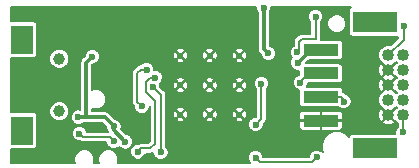
<source format=gbl>
G04 #@! TF.FileFunction,Copper,L2,Bot,Signal*
%FSLAX46Y46*%
G04 Gerber Fmt 4.6, Leading zero omitted, Abs format (unit mm)*
G04 Created by KiCad (PCBNEW 0.201512311516+6410~40~ubuntu14.04.1-stable) date Sat 02 Jan 2016 08:24:33 GMT*
%MOMM*%
G01*
G04 APERTURE LIST*
%ADD10C,0.100000*%
%ADD11C,0.600000*%
%ADD12C,1.000000*%
%ADD13R,1.900000X2.440000*%
%ADD14C,1.016000*%
%ADD15R,3.800000X1.800000*%
%ADD16R,3.000000X1.000000*%
%ADD17C,0.300000*%
%ADD18C,0.200000*%
G04 APERTURE END LIST*
D10*
D11*
X118250000Y-102500000D03*
X118250000Y-100000000D03*
X118250000Y-97500000D03*
X115750000Y-102500000D03*
X115750000Y-100000000D03*
X115750000Y-97500000D03*
X113250000Y-102500000D03*
X113250000Y-100000000D03*
X113250000Y-97500000D03*
D12*
X103000000Y-97775000D03*
X103000000Y-102225000D03*
D13*
X99820000Y-103840000D03*
X99820000Y-96160000D03*
D14*
X130865000Y-97460000D03*
X132135000Y-97460000D03*
X130865000Y-98730000D03*
X132135000Y-98730000D03*
X130865000Y-100000000D03*
X132135000Y-100000000D03*
X130865000Y-101270000D03*
X132135000Y-101270000D03*
X130865000Y-102540000D03*
X132135000Y-102540000D03*
D15*
X129750000Y-94650000D03*
X129750000Y-105350000D03*
D16*
X125150000Y-97000000D03*
X125150000Y-99000000D03*
X125150000Y-101000000D03*
X125150000Y-103000000D03*
D11*
X123188224Y-98111776D03*
X120700000Y-97300000D03*
X120300000Y-93439989D03*
X105791735Y-97587978D03*
X108600000Y-104800000D03*
X107619645Y-103473504D03*
X104600000Y-102700000D03*
X122800000Y-99000000D03*
X114699990Y-95103484D03*
X127349998Y-94300000D03*
X116850000Y-104200000D03*
X116700000Y-94700000D03*
X107600000Y-98200000D03*
X109600000Y-96500000D03*
X110418272Y-103118272D03*
X104700000Y-105000000D03*
X104100000Y-102000000D03*
X104100000Y-100600000D03*
X104100000Y-101300000D03*
X123100000Y-103200000D03*
X120100000Y-99860002D03*
X107619645Y-104743505D03*
X119649993Y-103333019D03*
X104700000Y-104100000D03*
X132100000Y-104000000D03*
X123149998Y-97225009D03*
X124691359Y-94214324D03*
X110400000Y-98700000D03*
X110000000Y-101800000D03*
X123400000Y-99800000D03*
X124804272Y-106104272D03*
X119630325Y-106130325D03*
X109661921Y-105647295D03*
X111106133Y-99377001D03*
X127100000Y-101400000D03*
X111600000Y-105700000D03*
X110900000Y-100149990D03*
X132150002Y-95000000D03*
D17*
X124300000Y-97000000D02*
X123188224Y-98111776D01*
X120300000Y-93439989D02*
X120300000Y-96900000D01*
X120300000Y-96900000D02*
X120700000Y-97300000D01*
X125150000Y-97000000D02*
X124300000Y-97000000D01*
X107619645Y-103819645D02*
X108600000Y-104800000D01*
X107619645Y-103473504D02*
X107619645Y-103819645D01*
X106846141Y-102700000D02*
X105300000Y-102700000D01*
X105300000Y-102700000D02*
X104600000Y-102700000D01*
X105284999Y-102684999D02*
X105300000Y-102700000D01*
X105791735Y-97587978D02*
X105284999Y-98094714D01*
X105284999Y-98094714D02*
X105284999Y-102684999D01*
X107619645Y-103473504D02*
X106846141Y-102700000D01*
X125150000Y-103000000D02*
X126150000Y-103000000D01*
D18*
X120100000Y-99860002D02*
X120100000Y-102883012D01*
X120100000Y-102883012D02*
X119649993Y-103333019D01*
X107261140Y-104385000D02*
X107619645Y-104743505D01*
X106141415Y-104385000D02*
X107261140Y-104385000D01*
X104985000Y-104385000D02*
X104700000Y-104100000D01*
X106141415Y-104385000D02*
X104985000Y-104385000D01*
X132100000Y-102575000D02*
X132100000Y-104000000D01*
X132100000Y-102575000D02*
X132135000Y-102540000D01*
X123300000Y-96309998D02*
X123300000Y-97075007D01*
X123300000Y-97075007D02*
X123149998Y-97225009D01*
X124682718Y-96100000D02*
X123509998Y-96100000D01*
X123509998Y-96100000D02*
X123300000Y-96309998D01*
X124691359Y-96091359D02*
X124682718Y-96100000D01*
X124691359Y-94214324D02*
X124691359Y-96091359D01*
X109600000Y-99000000D02*
X109900000Y-98700000D01*
X109900000Y-98700000D02*
X110400000Y-98700000D01*
X109600000Y-99200000D02*
X109600000Y-99000000D01*
X110000000Y-101800000D02*
X109600000Y-101400000D01*
X109600000Y-101400000D02*
X109600000Y-99200000D01*
X125150000Y-99000000D02*
X124150000Y-99000000D01*
X124150000Y-99000000D02*
X123400000Y-99750000D01*
X123400000Y-99750000D02*
X123400000Y-99800000D01*
X120000000Y-106500000D02*
X124408544Y-106500000D01*
X124408544Y-106500000D02*
X124804272Y-106104272D01*
X119630325Y-106130325D02*
X120000000Y-106500000D01*
X110699999Y-105355527D02*
X109953689Y-105355527D01*
X109953689Y-105355527D02*
X109661921Y-105647295D01*
X111100000Y-101339952D02*
X111100000Y-104955526D01*
X111100000Y-104955526D02*
X110699999Y-105355527D01*
X110734312Y-100974264D02*
X111100000Y-101339952D01*
X111106133Y-99377001D02*
X110681869Y-99377001D01*
X110299999Y-99758871D02*
X110299999Y-100539951D01*
X110681869Y-99377001D02*
X110299999Y-99758871D01*
X110299999Y-100539951D02*
X110734312Y-100974264D01*
X125150000Y-101000000D02*
X126850000Y-101000000D01*
X126850000Y-101000000D02*
X127100000Y-101250000D01*
X127100000Y-101250000D02*
X127100000Y-101400000D01*
X111600000Y-104900000D02*
X111600000Y-105700000D01*
X111600000Y-100849990D02*
X111600000Y-104900000D01*
X110900000Y-100149990D02*
X111600000Y-100849990D01*
X132150002Y-95000000D02*
X132150002Y-96174998D01*
X132150002Y-96174998D02*
X130865000Y-97460000D01*
G36*
X119649888Y-93568715D02*
X119748636Y-93807703D01*
X119800000Y-93859157D01*
X119800000Y-96900000D01*
X119827174Y-97036614D01*
X119838060Y-97091342D01*
X119946447Y-97253553D01*
X120049950Y-97357057D01*
X120049888Y-97428726D01*
X120148636Y-97667714D01*
X120331324Y-97850722D01*
X120570140Y-97949887D01*
X120828726Y-97950112D01*
X121067714Y-97851364D01*
X121250722Y-97668676D01*
X121349887Y-97429860D01*
X121349953Y-97353735D01*
X122499886Y-97353735D01*
X122598634Y-97592723D01*
X122693222Y-97687477D01*
X122637502Y-97743100D01*
X122538337Y-97981916D01*
X122538112Y-98240502D01*
X122636860Y-98479490D01*
X122819548Y-98662498D01*
X123058364Y-98761663D01*
X123293144Y-98761867D01*
X123293144Y-99149907D01*
X123271274Y-99149888D01*
X123032286Y-99248636D01*
X122849278Y-99431324D01*
X122750113Y-99670140D01*
X122749888Y-99928726D01*
X122848636Y-100167714D01*
X123031324Y-100350722D01*
X123270140Y-100449887D01*
X123303286Y-100449916D01*
X123293144Y-100500000D01*
X123293144Y-101500000D01*
X123317549Y-101629702D01*
X123394203Y-101748825D01*
X123511163Y-101828741D01*
X123650000Y-101856856D01*
X126637622Y-101856856D01*
X126731324Y-101950722D01*
X126970140Y-102049887D01*
X127228726Y-102050112D01*
X127467714Y-101951364D01*
X127650722Y-101768676D01*
X127749887Y-101529860D01*
X127750112Y-101271274D01*
X127651364Y-101032286D01*
X127468676Y-100849278D01*
X127241230Y-100754834D01*
X127168198Y-100681802D01*
X127162182Y-100677782D01*
X127022208Y-100584254D01*
X127006856Y-100581200D01*
X127006856Y-100500000D01*
X126982451Y-100370298D01*
X126905797Y-100251175D01*
X126788837Y-100171259D01*
X126740582Y-100161487D01*
X130005225Y-100161487D01*
X130132470Y-100478216D01*
X130142859Y-100493764D01*
X130290892Y-100538753D01*
X130829645Y-100000000D01*
X130290892Y-99461247D01*
X130142859Y-99506236D01*
X130008873Y-99820173D01*
X130005225Y-100161487D01*
X126740582Y-100161487D01*
X126650000Y-100143144D01*
X123961324Y-100143144D01*
X124049887Y-99929860D01*
X124049951Y-99856856D01*
X126650000Y-99856856D01*
X126779702Y-99832451D01*
X126898825Y-99755797D01*
X126978741Y-99638837D01*
X127006856Y-99500000D01*
X127006856Y-99304108D01*
X130326247Y-99304108D01*
X130344753Y-99365000D01*
X130326247Y-99425892D01*
X130865000Y-99964645D01*
X131403753Y-99425892D01*
X131385247Y-99365000D01*
X131403753Y-99304108D01*
X130865000Y-98765355D01*
X130326247Y-99304108D01*
X127006856Y-99304108D01*
X127006856Y-98891487D01*
X130005225Y-98891487D01*
X130132470Y-99208216D01*
X130142859Y-99223764D01*
X130290892Y-99268753D01*
X130829645Y-98730000D01*
X130290892Y-98191247D01*
X130142859Y-98236236D01*
X130008873Y-98550173D01*
X130005225Y-98891487D01*
X127006856Y-98891487D01*
X127006856Y-98500000D01*
X126982451Y-98370298D01*
X126905797Y-98251175D01*
X126788837Y-98171259D01*
X126650000Y-98143144D01*
X123863962Y-98143144D01*
X124150251Y-97856856D01*
X126650000Y-97856856D01*
X126779702Y-97832451D01*
X126898825Y-97755797D01*
X126978741Y-97638837D01*
X127006856Y-97500000D01*
X127006856Y-96500000D01*
X126982451Y-96370298D01*
X126905797Y-96251175D01*
X126788837Y-96171259D01*
X126650000Y-96143144D01*
X125131058Y-96143144D01*
X125141359Y-96091359D01*
X125141359Y-94958432D01*
X125699861Y-94958432D01*
X125821397Y-95252572D01*
X126046245Y-95477812D01*
X126340172Y-95599861D01*
X126658432Y-95600139D01*
X126952572Y-95478603D01*
X127177812Y-95253755D01*
X127299861Y-94959828D01*
X127300139Y-94641568D01*
X127178603Y-94347428D01*
X126953755Y-94122188D01*
X126659828Y-94000139D01*
X126341568Y-93999861D01*
X126047428Y-94121397D01*
X125822188Y-94346245D01*
X125700139Y-94640172D01*
X125699861Y-94958432D01*
X125141359Y-94958432D01*
X125141359Y-94683546D01*
X125242081Y-94583000D01*
X125341246Y-94344184D01*
X125341471Y-94085598D01*
X125242723Y-93846610D01*
X125060035Y-93663602D01*
X124821219Y-93564437D01*
X124562633Y-93564212D01*
X124323645Y-93662960D01*
X124140637Y-93845648D01*
X124041472Y-94084464D01*
X124041247Y-94343050D01*
X124139995Y-94582038D01*
X124241359Y-94683580D01*
X124241359Y-95650000D01*
X123509998Y-95650000D01*
X123337790Y-95684254D01*
X123276813Y-95724998D01*
X123191800Y-95781802D01*
X122981802Y-95991800D01*
X122884254Y-96137790D01*
X122850000Y-96309998D01*
X122850000Y-96645665D01*
X122782284Y-96673645D01*
X122599276Y-96856333D01*
X122500111Y-97095149D01*
X122499886Y-97353735D01*
X121349953Y-97353735D01*
X121350112Y-97171274D01*
X121251364Y-96932286D01*
X121068676Y-96749278D01*
X120829860Y-96650113D01*
X120800000Y-96650087D01*
X120800000Y-93859298D01*
X120850722Y-93808665D01*
X120949887Y-93569849D01*
X120950013Y-93425000D01*
X127708719Y-93425000D01*
X127601175Y-93494203D01*
X127521259Y-93611163D01*
X127493144Y-93750000D01*
X127493144Y-95550000D01*
X127517549Y-95679702D01*
X127594203Y-95798825D01*
X127711163Y-95878741D01*
X127850000Y-95906856D01*
X131650000Y-95906856D01*
X131700002Y-95897448D01*
X131700002Y-95988602D01*
X131071773Y-96616831D01*
X131036415Y-96602149D01*
X130695082Y-96601852D01*
X130379617Y-96732199D01*
X130138047Y-96973348D01*
X130007149Y-97288585D01*
X130006852Y-97629918D01*
X130137199Y-97945383D01*
X130331170Y-98139693D01*
X130326247Y-98155892D01*
X130865000Y-98694645D01*
X131403753Y-98155892D01*
X131398771Y-98139498D01*
X131500049Y-98038395D01*
X131556605Y-98095049D01*
X131455307Y-98196170D01*
X131439108Y-98191247D01*
X130900355Y-98730000D01*
X131439108Y-99268753D01*
X131455502Y-99263771D01*
X131556605Y-99365049D01*
X131455307Y-99466170D01*
X131439108Y-99461247D01*
X130900355Y-100000000D01*
X131439108Y-100538753D01*
X131455502Y-100533771D01*
X131556605Y-100635049D01*
X131499951Y-100691605D01*
X131398830Y-100590307D01*
X131403753Y-100574108D01*
X130865000Y-100035355D01*
X130326247Y-100574108D01*
X130331229Y-100590502D01*
X130138047Y-100783348D01*
X130007149Y-101098585D01*
X130006852Y-101439918D01*
X130137199Y-101755383D01*
X130331170Y-101949693D01*
X130326247Y-101965892D01*
X130865000Y-102504645D01*
X131403753Y-101965892D01*
X131398771Y-101949498D01*
X131500049Y-101848395D01*
X131556605Y-101905049D01*
X131455307Y-102006170D01*
X131439108Y-102001247D01*
X130900355Y-102540000D01*
X131439108Y-103078753D01*
X131455502Y-103073771D01*
X131648348Y-103266953D01*
X131650000Y-103267639D01*
X131650000Y-103530778D01*
X131549278Y-103631324D01*
X131450113Y-103870140D01*
X131449919Y-104093144D01*
X127850000Y-104093144D01*
X127720298Y-104117549D01*
X127601175Y-104194203D01*
X127521259Y-104311163D01*
X127509172Y-104370850D01*
X127237353Y-104098556D01*
X126759721Y-103900226D01*
X126242548Y-103899774D01*
X125764571Y-104097271D01*
X125398556Y-104462647D01*
X125200226Y-104940279D01*
X125199774Y-105457452D01*
X125286470Y-105667270D01*
X125172948Y-105553550D01*
X124934132Y-105454385D01*
X124675546Y-105454160D01*
X124436558Y-105552908D01*
X124253550Y-105735596D01*
X124154385Y-105974412D01*
X124154319Y-106050000D01*
X120280395Y-106050000D01*
X120280437Y-106001599D01*
X120181689Y-105762611D01*
X119999001Y-105579603D01*
X119760185Y-105480438D01*
X119501599Y-105480213D01*
X119262611Y-105578961D01*
X119079603Y-105761649D01*
X118980438Y-106000465D01*
X118980213Y-106259051D01*
X119078961Y-106498039D01*
X119155787Y-106575000D01*
X107953024Y-106575000D01*
X108000852Y-106459817D01*
X108001147Y-106121666D01*
X107872015Y-105809143D01*
X107838951Y-105776021D01*
X109011809Y-105776021D01*
X109110557Y-106015009D01*
X109293245Y-106198017D01*
X109532061Y-106297182D01*
X109790647Y-106297407D01*
X110029635Y-106198659D01*
X110212643Y-106015971D01*
X110300027Y-105805527D01*
X110699999Y-105805527D01*
X110872207Y-105771273D01*
X110949983Y-105719304D01*
X110949888Y-105828726D01*
X111048636Y-106067714D01*
X111231324Y-106250722D01*
X111470140Y-106349887D01*
X111728726Y-106350112D01*
X111967714Y-106251364D01*
X112150722Y-106068676D01*
X112249887Y-105829860D01*
X112250112Y-105571274D01*
X112151364Y-105332286D01*
X112050000Y-105230744D01*
X112050000Y-103461745D01*
X118999881Y-103461745D01*
X119098629Y-103700733D01*
X119281317Y-103883741D01*
X119520133Y-103982906D01*
X119778719Y-103983131D01*
X120017707Y-103884383D01*
X120200715Y-103701695D01*
X120299880Y-103462879D01*
X120300005Y-103319403D01*
X120418198Y-103201210D01*
X120477472Y-103112500D01*
X123300000Y-103112500D01*
X123300000Y-103569619D01*
X123353284Y-103698259D01*
X123451741Y-103796715D01*
X123580380Y-103850000D01*
X125037500Y-103850000D01*
X125125000Y-103762500D01*
X125125000Y-103025000D01*
X125175000Y-103025000D01*
X125175000Y-103762500D01*
X125262500Y-103850000D01*
X126719620Y-103850000D01*
X126848259Y-103796715D01*
X126946716Y-103698259D01*
X127000000Y-103569619D01*
X127000000Y-103114108D01*
X130326247Y-103114108D01*
X130371236Y-103262141D01*
X130685173Y-103396127D01*
X131026487Y-103399775D01*
X131343216Y-103272530D01*
X131358764Y-103262141D01*
X131403753Y-103114108D01*
X130865000Y-102575355D01*
X130326247Y-103114108D01*
X127000000Y-103114108D01*
X127000000Y-103112500D01*
X126912500Y-103025000D01*
X125175000Y-103025000D01*
X125125000Y-103025000D01*
X123387500Y-103025000D01*
X123300000Y-103112500D01*
X120477472Y-103112500D01*
X120515746Y-103055220D01*
X120550000Y-102883012D01*
X120550000Y-102430381D01*
X123300000Y-102430381D01*
X123300000Y-102887500D01*
X123387500Y-102975000D01*
X125125000Y-102975000D01*
X125125000Y-102237500D01*
X125175000Y-102237500D01*
X125175000Y-102975000D01*
X126912500Y-102975000D01*
X127000000Y-102887500D01*
X127000000Y-102701487D01*
X130005225Y-102701487D01*
X130132470Y-103018216D01*
X130142859Y-103033764D01*
X130290892Y-103078753D01*
X130829645Y-102540000D01*
X130290892Y-102001247D01*
X130142859Y-102046236D01*
X130008873Y-102360173D01*
X130005225Y-102701487D01*
X127000000Y-102701487D01*
X127000000Y-102430381D01*
X126946716Y-102301741D01*
X126848259Y-102203285D01*
X126719620Y-102150000D01*
X125262500Y-102150000D01*
X125175000Y-102237500D01*
X125125000Y-102237500D01*
X125037500Y-102150000D01*
X123580380Y-102150000D01*
X123451741Y-102203285D01*
X123353284Y-102301741D01*
X123300000Y-102430381D01*
X120550000Y-102430381D01*
X120550000Y-100329224D01*
X120650722Y-100228678D01*
X120749887Y-99989862D01*
X120750112Y-99731276D01*
X120651364Y-99492288D01*
X120468676Y-99309280D01*
X120229860Y-99210115D01*
X119971274Y-99209890D01*
X119732286Y-99308638D01*
X119549278Y-99491326D01*
X119450113Y-99730142D01*
X119449888Y-99988728D01*
X119548636Y-100227716D01*
X119650000Y-100329258D01*
X119650000Y-102683019D01*
X119521267Y-102682907D01*
X119282279Y-102781655D01*
X119099271Y-102964343D01*
X119000106Y-103203159D01*
X118999881Y-103461745D01*
X112050000Y-103461745D01*
X112050000Y-102924045D01*
X112861310Y-102924045D01*
X112880957Y-103050476D01*
X113119707Y-103149800D01*
X113378293Y-103150198D01*
X113617347Y-103051609D01*
X113619043Y-103050476D01*
X113638690Y-102924045D01*
X115361310Y-102924045D01*
X115380957Y-103050476D01*
X115619707Y-103149800D01*
X115878293Y-103150198D01*
X116117347Y-103051609D01*
X116119043Y-103050476D01*
X116138690Y-102924045D01*
X117861310Y-102924045D01*
X117880957Y-103050476D01*
X118119707Y-103149800D01*
X118378293Y-103150198D01*
X118617347Y-103051609D01*
X118619043Y-103050476D01*
X118638690Y-102924045D01*
X118250000Y-102535355D01*
X117861310Y-102924045D01*
X116138690Y-102924045D01*
X115750000Y-102535355D01*
X115361310Y-102924045D01*
X113638690Y-102924045D01*
X113250000Y-102535355D01*
X112861310Y-102924045D01*
X112050000Y-102924045D01*
X112050000Y-102628293D01*
X112599802Y-102628293D01*
X112698391Y-102867347D01*
X112699524Y-102869043D01*
X112825955Y-102888690D01*
X113214645Y-102500000D01*
X113285355Y-102500000D01*
X113674045Y-102888690D01*
X113800476Y-102869043D01*
X113899800Y-102630293D01*
X113899803Y-102628293D01*
X115099802Y-102628293D01*
X115198391Y-102867347D01*
X115199524Y-102869043D01*
X115325955Y-102888690D01*
X115714645Y-102500000D01*
X115785355Y-102500000D01*
X116174045Y-102888690D01*
X116300476Y-102869043D01*
X116399800Y-102630293D01*
X116399803Y-102628293D01*
X117599802Y-102628293D01*
X117698391Y-102867347D01*
X117699524Y-102869043D01*
X117825955Y-102888690D01*
X118214645Y-102500000D01*
X118285355Y-102500000D01*
X118674045Y-102888690D01*
X118800476Y-102869043D01*
X118899800Y-102630293D01*
X118900198Y-102371707D01*
X118801609Y-102132653D01*
X118800476Y-102130957D01*
X118674045Y-102111310D01*
X118285355Y-102500000D01*
X118214645Y-102500000D01*
X117825955Y-102111310D01*
X117699524Y-102130957D01*
X117600200Y-102369707D01*
X117599802Y-102628293D01*
X116399803Y-102628293D01*
X116400198Y-102371707D01*
X116301609Y-102132653D01*
X116300476Y-102130957D01*
X116174045Y-102111310D01*
X115785355Y-102500000D01*
X115714645Y-102500000D01*
X115325955Y-102111310D01*
X115199524Y-102130957D01*
X115100200Y-102369707D01*
X115099802Y-102628293D01*
X113899803Y-102628293D01*
X113900198Y-102371707D01*
X113801609Y-102132653D01*
X113800476Y-102130957D01*
X113674045Y-102111310D01*
X113285355Y-102500000D01*
X113214645Y-102500000D01*
X112825955Y-102111310D01*
X112699524Y-102130957D01*
X112600200Y-102369707D01*
X112599802Y-102628293D01*
X112050000Y-102628293D01*
X112050000Y-102075955D01*
X112861310Y-102075955D01*
X113250000Y-102464645D01*
X113638690Y-102075955D01*
X115361310Y-102075955D01*
X115750000Y-102464645D01*
X116138690Y-102075955D01*
X117861310Y-102075955D01*
X118250000Y-102464645D01*
X118638690Y-102075955D01*
X118619043Y-101949524D01*
X118380293Y-101850200D01*
X118121707Y-101849802D01*
X117882653Y-101948391D01*
X117880957Y-101949524D01*
X117861310Y-102075955D01*
X116138690Y-102075955D01*
X116119043Y-101949524D01*
X115880293Y-101850200D01*
X115621707Y-101849802D01*
X115382653Y-101948391D01*
X115380957Y-101949524D01*
X115361310Y-102075955D01*
X113638690Y-102075955D01*
X113619043Y-101949524D01*
X113380293Y-101850200D01*
X113121707Y-101849802D01*
X112882653Y-101948391D01*
X112880957Y-101949524D01*
X112861310Y-102075955D01*
X112050000Y-102075955D01*
X112050000Y-100849990D01*
X112015746Y-100677782D01*
X111918198Y-100531792D01*
X111810451Y-100424045D01*
X112861310Y-100424045D01*
X112880957Y-100550476D01*
X113119707Y-100649800D01*
X113378293Y-100650198D01*
X113617347Y-100551609D01*
X113619043Y-100550476D01*
X113638690Y-100424045D01*
X115361310Y-100424045D01*
X115380957Y-100550476D01*
X115619707Y-100649800D01*
X115878293Y-100650198D01*
X116117347Y-100551609D01*
X116119043Y-100550476D01*
X116138690Y-100424045D01*
X117861310Y-100424045D01*
X117880957Y-100550476D01*
X118119707Y-100649800D01*
X118378293Y-100650198D01*
X118617347Y-100551609D01*
X118619043Y-100550476D01*
X118638690Y-100424045D01*
X118250000Y-100035355D01*
X117861310Y-100424045D01*
X116138690Y-100424045D01*
X115750000Y-100035355D01*
X115361310Y-100424045D01*
X113638690Y-100424045D01*
X113250000Y-100035355D01*
X112861310Y-100424045D01*
X111810451Y-100424045D01*
X111549988Y-100163582D01*
X111550018Y-100128293D01*
X112599802Y-100128293D01*
X112698391Y-100367347D01*
X112699524Y-100369043D01*
X112825955Y-100388690D01*
X113214645Y-100000000D01*
X113285355Y-100000000D01*
X113674045Y-100388690D01*
X113800476Y-100369043D01*
X113899800Y-100130293D01*
X113899803Y-100128293D01*
X115099802Y-100128293D01*
X115198391Y-100367347D01*
X115199524Y-100369043D01*
X115325955Y-100388690D01*
X115714645Y-100000000D01*
X115785355Y-100000000D01*
X116174045Y-100388690D01*
X116300476Y-100369043D01*
X116399800Y-100130293D01*
X116399803Y-100128293D01*
X117599802Y-100128293D01*
X117698391Y-100367347D01*
X117699524Y-100369043D01*
X117825955Y-100388690D01*
X118214645Y-100000000D01*
X118285355Y-100000000D01*
X118674045Y-100388690D01*
X118800476Y-100369043D01*
X118899800Y-100130293D01*
X118900198Y-99871707D01*
X118801609Y-99632653D01*
X118800476Y-99630957D01*
X118674045Y-99611310D01*
X118285355Y-100000000D01*
X118214645Y-100000000D01*
X117825955Y-99611310D01*
X117699524Y-99630957D01*
X117600200Y-99869707D01*
X117599802Y-100128293D01*
X116399803Y-100128293D01*
X116400198Y-99871707D01*
X116301609Y-99632653D01*
X116300476Y-99630957D01*
X116174045Y-99611310D01*
X115785355Y-100000000D01*
X115714645Y-100000000D01*
X115325955Y-99611310D01*
X115199524Y-99630957D01*
X115100200Y-99869707D01*
X115099802Y-100128293D01*
X113899803Y-100128293D01*
X113900198Y-99871707D01*
X113801609Y-99632653D01*
X113800476Y-99630957D01*
X113674045Y-99611310D01*
X113285355Y-100000000D01*
X113214645Y-100000000D01*
X112825955Y-99611310D01*
X112699524Y-99630957D01*
X112600200Y-99869707D01*
X112599802Y-100128293D01*
X111550018Y-100128293D01*
X111550112Y-100021264D01*
X111500665Y-99901594D01*
X111656855Y-99745677D01*
X111727329Y-99575955D01*
X112861310Y-99575955D01*
X113250000Y-99964645D01*
X113638690Y-99575955D01*
X115361310Y-99575955D01*
X115750000Y-99964645D01*
X116138690Y-99575955D01*
X117861310Y-99575955D01*
X118250000Y-99964645D01*
X118638690Y-99575955D01*
X118619043Y-99449524D01*
X118380293Y-99350200D01*
X118121707Y-99349802D01*
X117882653Y-99448391D01*
X117880957Y-99449524D01*
X117861310Y-99575955D01*
X116138690Y-99575955D01*
X116119043Y-99449524D01*
X115880293Y-99350200D01*
X115621707Y-99349802D01*
X115382653Y-99448391D01*
X115380957Y-99449524D01*
X115361310Y-99575955D01*
X113638690Y-99575955D01*
X113619043Y-99449524D01*
X113380293Y-99350200D01*
X113121707Y-99349802D01*
X112882653Y-99448391D01*
X112880957Y-99449524D01*
X112861310Y-99575955D01*
X111727329Y-99575955D01*
X111756020Y-99506861D01*
X111756245Y-99248275D01*
X111657497Y-99009287D01*
X111474809Y-98826279D01*
X111235993Y-98727114D01*
X111049977Y-98726952D01*
X111050112Y-98571274D01*
X110951364Y-98332286D01*
X110768676Y-98149278D01*
X110529860Y-98050113D01*
X110271274Y-98049888D01*
X110032286Y-98148636D01*
X109930744Y-98250000D01*
X109900000Y-98250000D01*
X109727792Y-98284254D01*
X109612690Y-98361163D01*
X109581802Y-98381802D01*
X109281802Y-98681802D01*
X109184254Y-98827792D01*
X109150000Y-99000000D01*
X109150000Y-101400000D01*
X109184254Y-101572208D01*
X109250448Y-101671274D01*
X109281802Y-101718198D01*
X109350012Y-101786408D01*
X109349888Y-101928726D01*
X109448636Y-102167714D01*
X109631324Y-102350722D01*
X109870140Y-102449887D01*
X110128726Y-102450112D01*
X110367714Y-102351364D01*
X110550722Y-102168676D01*
X110649887Y-101929860D01*
X110650000Y-101799992D01*
X110650000Y-104769130D01*
X110513603Y-104905527D01*
X109953689Y-104905527D01*
X109781481Y-104939781D01*
X109695362Y-104997324D01*
X109533195Y-104997183D01*
X109294207Y-105095931D01*
X109111199Y-105278619D01*
X109012034Y-105517435D01*
X109011809Y-105776021D01*
X107838951Y-105776021D01*
X107633115Y-105569826D01*
X107320817Y-105440148D01*
X106982666Y-105439853D01*
X106670143Y-105568985D01*
X106430826Y-105807885D01*
X106301148Y-106120183D01*
X106300853Y-106458334D01*
X106349058Y-106575000D01*
X105921024Y-106575000D01*
X105968852Y-106459817D01*
X105969147Y-106121666D01*
X105840015Y-105809143D01*
X105601115Y-105569826D01*
X105288817Y-105440148D01*
X104950666Y-105439853D01*
X104638143Y-105568985D01*
X104398826Y-105807885D01*
X104269148Y-106120183D01*
X104268853Y-106458334D01*
X104317058Y-106575000D01*
X98925000Y-106575000D01*
X98925000Y-105416856D01*
X100770000Y-105416856D01*
X100899702Y-105392451D01*
X101018825Y-105315797D01*
X101098741Y-105198837D01*
X101126856Y-105060000D01*
X101126856Y-102620000D01*
X101102451Y-102490298D01*
X101040057Y-102393334D01*
X102149853Y-102393334D01*
X102278985Y-102705857D01*
X102517885Y-102945174D01*
X102830183Y-103074852D01*
X103168334Y-103075147D01*
X103480857Y-102946015D01*
X103598350Y-102828726D01*
X103949888Y-102828726D01*
X104048636Y-103067714D01*
X104231324Y-103250722D01*
X104470140Y-103349887D01*
X104728726Y-103350112D01*
X104967714Y-103251364D01*
X105019168Y-103200000D01*
X106639035Y-103200000D01*
X106969595Y-103530560D01*
X106969533Y-103602230D01*
X107068281Y-103841218D01*
X107137786Y-103910844D01*
X107142590Y-103935000D01*
X105335124Y-103935000D01*
X105251364Y-103732286D01*
X105068676Y-103549278D01*
X104829860Y-103450113D01*
X104571274Y-103449888D01*
X104332286Y-103548636D01*
X104149278Y-103731324D01*
X104050113Y-103970140D01*
X104049888Y-104228726D01*
X104148636Y-104467714D01*
X104331324Y-104650722D01*
X104570140Y-104749887D01*
X104736894Y-104750032D01*
X104812792Y-104800746D01*
X104985000Y-104835000D01*
X106969565Y-104835000D01*
X106969533Y-104872231D01*
X107068281Y-105111219D01*
X107250969Y-105294227D01*
X107489785Y-105393392D01*
X107748371Y-105393617D01*
X107987359Y-105294869D01*
X108081629Y-105200764D01*
X108231324Y-105350722D01*
X108470140Y-105449887D01*
X108728726Y-105450112D01*
X108967714Y-105351364D01*
X109150722Y-105168676D01*
X109249887Y-104929860D01*
X109250112Y-104671274D01*
X109151364Y-104432286D01*
X108968676Y-104249278D01*
X108729860Y-104150113D01*
X108657156Y-104150050D01*
X108222863Y-103715756D01*
X108269532Y-103603364D01*
X108269757Y-103344778D01*
X108171009Y-103105790D01*
X107988321Y-102922782D01*
X107749505Y-102823617D01*
X107676801Y-102823554D01*
X107199694Y-102346447D01*
X107037483Y-102238060D01*
X107034668Y-102237500D01*
X106846141Y-102200000D01*
X105784999Y-102200000D01*
X105784999Y-101985033D01*
X105965183Y-102059852D01*
X106303334Y-102060147D01*
X106615857Y-101931015D01*
X106855174Y-101692115D01*
X106984852Y-101379817D01*
X106985147Y-101041666D01*
X106856015Y-100729143D01*
X106617115Y-100489826D01*
X106304817Y-100360148D01*
X105966666Y-100359853D01*
X105784999Y-100434916D01*
X105784999Y-98301820D01*
X105848791Y-98238028D01*
X105920461Y-98238090D01*
X106159449Y-98139342D01*
X106342457Y-97956654D01*
X106355997Y-97924045D01*
X112861310Y-97924045D01*
X112880957Y-98050476D01*
X113119707Y-98149800D01*
X113378293Y-98150198D01*
X113617347Y-98051609D01*
X113619043Y-98050476D01*
X113638690Y-97924045D01*
X115361310Y-97924045D01*
X115380957Y-98050476D01*
X115619707Y-98149800D01*
X115878293Y-98150198D01*
X116117347Y-98051609D01*
X116119043Y-98050476D01*
X116138690Y-97924045D01*
X117861310Y-97924045D01*
X117880957Y-98050476D01*
X118119707Y-98149800D01*
X118378293Y-98150198D01*
X118617347Y-98051609D01*
X118619043Y-98050476D01*
X118638690Y-97924045D01*
X118250000Y-97535355D01*
X117861310Y-97924045D01*
X116138690Y-97924045D01*
X115750000Y-97535355D01*
X115361310Y-97924045D01*
X113638690Y-97924045D01*
X113250000Y-97535355D01*
X112861310Y-97924045D01*
X106355997Y-97924045D01*
X106441622Y-97717838D01*
X106441699Y-97628293D01*
X112599802Y-97628293D01*
X112698391Y-97867347D01*
X112699524Y-97869043D01*
X112825955Y-97888690D01*
X113214645Y-97500000D01*
X113285355Y-97500000D01*
X113674045Y-97888690D01*
X113800476Y-97869043D01*
X113899800Y-97630293D01*
X113899803Y-97628293D01*
X115099802Y-97628293D01*
X115198391Y-97867347D01*
X115199524Y-97869043D01*
X115325955Y-97888690D01*
X115714645Y-97500000D01*
X115785355Y-97500000D01*
X116174045Y-97888690D01*
X116300476Y-97869043D01*
X116399800Y-97630293D01*
X116399803Y-97628293D01*
X117599802Y-97628293D01*
X117698391Y-97867347D01*
X117699524Y-97869043D01*
X117825955Y-97888690D01*
X118214645Y-97500000D01*
X118285355Y-97500000D01*
X118674045Y-97888690D01*
X118800476Y-97869043D01*
X118899800Y-97630293D01*
X118900198Y-97371707D01*
X118801609Y-97132653D01*
X118800476Y-97130957D01*
X118674045Y-97111310D01*
X118285355Y-97500000D01*
X118214645Y-97500000D01*
X117825955Y-97111310D01*
X117699524Y-97130957D01*
X117600200Y-97369707D01*
X117599802Y-97628293D01*
X116399803Y-97628293D01*
X116400198Y-97371707D01*
X116301609Y-97132653D01*
X116300476Y-97130957D01*
X116174045Y-97111310D01*
X115785355Y-97500000D01*
X115714645Y-97500000D01*
X115325955Y-97111310D01*
X115199524Y-97130957D01*
X115100200Y-97369707D01*
X115099802Y-97628293D01*
X113899803Y-97628293D01*
X113900198Y-97371707D01*
X113801609Y-97132653D01*
X113800476Y-97130957D01*
X113674045Y-97111310D01*
X113285355Y-97500000D01*
X113214645Y-97500000D01*
X112825955Y-97111310D01*
X112699524Y-97130957D01*
X112600200Y-97369707D01*
X112599802Y-97628293D01*
X106441699Y-97628293D01*
X106441847Y-97459252D01*
X106343099Y-97220264D01*
X106199043Y-97075955D01*
X112861310Y-97075955D01*
X113250000Y-97464645D01*
X113638690Y-97075955D01*
X115361310Y-97075955D01*
X115750000Y-97464645D01*
X116138690Y-97075955D01*
X117861310Y-97075955D01*
X118250000Y-97464645D01*
X118638690Y-97075955D01*
X118619043Y-96949524D01*
X118380293Y-96850200D01*
X118121707Y-96849802D01*
X117882653Y-96948391D01*
X117880957Y-96949524D01*
X117861310Y-97075955D01*
X116138690Y-97075955D01*
X116119043Y-96949524D01*
X115880293Y-96850200D01*
X115621707Y-96849802D01*
X115382653Y-96948391D01*
X115380957Y-96949524D01*
X115361310Y-97075955D01*
X113638690Y-97075955D01*
X113619043Y-96949524D01*
X113380293Y-96850200D01*
X113121707Y-96849802D01*
X112882653Y-96948391D01*
X112880957Y-96949524D01*
X112861310Y-97075955D01*
X106199043Y-97075955D01*
X106160411Y-97037256D01*
X105921595Y-96938091D01*
X105663009Y-96937866D01*
X105424021Y-97036614D01*
X105241013Y-97219302D01*
X105141848Y-97458118D01*
X105141785Y-97530822D01*
X104931446Y-97741161D01*
X104823059Y-97903372D01*
X104784999Y-98094714D01*
X104784999Y-102073009D01*
X104729860Y-102050113D01*
X104471274Y-102049888D01*
X104232286Y-102148636D01*
X104049278Y-102331324D01*
X103950113Y-102570140D01*
X103949888Y-102828726D01*
X103598350Y-102828726D01*
X103720174Y-102707115D01*
X103849852Y-102394817D01*
X103850147Y-102056666D01*
X103721015Y-101744143D01*
X103482115Y-101504826D01*
X103169817Y-101375148D01*
X102831666Y-101374853D01*
X102519143Y-101503985D01*
X102279826Y-101742885D01*
X102150148Y-102055183D01*
X102149853Y-102393334D01*
X101040057Y-102393334D01*
X101025797Y-102371175D01*
X100908837Y-102291259D01*
X100770000Y-102263144D01*
X98925000Y-102263144D01*
X98925000Y-97943334D01*
X102149853Y-97943334D01*
X102278985Y-98255857D01*
X102517885Y-98495174D01*
X102830183Y-98624852D01*
X103168334Y-98625147D01*
X103480857Y-98496015D01*
X103720174Y-98257115D01*
X103849852Y-97944817D01*
X103850147Y-97606666D01*
X103721015Y-97294143D01*
X103482115Y-97054826D01*
X103169817Y-96925148D01*
X102831666Y-96924853D01*
X102519143Y-97053985D01*
X102279826Y-97292885D01*
X102150148Y-97605183D01*
X102149853Y-97943334D01*
X98925000Y-97943334D01*
X98925000Y-97736856D01*
X100770000Y-97736856D01*
X100899702Y-97712451D01*
X101018825Y-97635797D01*
X101098741Y-97518837D01*
X101126856Y-97380000D01*
X101126856Y-94940000D01*
X101102451Y-94810298D01*
X101025797Y-94691175D01*
X100908837Y-94611259D01*
X100770000Y-94583144D01*
X98925000Y-94583144D01*
X98925000Y-93425000D01*
X119650013Y-93425000D01*
X119649888Y-93568715D01*
X119649888Y-93568715D01*
G37*
X119649888Y-93568715D02*
X119748636Y-93807703D01*
X119800000Y-93859157D01*
X119800000Y-96900000D01*
X119827174Y-97036614D01*
X119838060Y-97091342D01*
X119946447Y-97253553D01*
X120049950Y-97357057D01*
X120049888Y-97428726D01*
X120148636Y-97667714D01*
X120331324Y-97850722D01*
X120570140Y-97949887D01*
X120828726Y-97950112D01*
X121067714Y-97851364D01*
X121250722Y-97668676D01*
X121349887Y-97429860D01*
X121349953Y-97353735D01*
X122499886Y-97353735D01*
X122598634Y-97592723D01*
X122693222Y-97687477D01*
X122637502Y-97743100D01*
X122538337Y-97981916D01*
X122538112Y-98240502D01*
X122636860Y-98479490D01*
X122819548Y-98662498D01*
X123058364Y-98761663D01*
X123293144Y-98761867D01*
X123293144Y-99149907D01*
X123271274Y-99149888D01*
X123032286Y-99248636D01*
X122849278Y-99431324D01*
X122750113Y-99670140D01*
X122749888Y-99928726D01*
X122848636Y-100167714D01*
X123031324Y-100350722D01*
X123270140Y-100449887D01*
X123303286Y-100449916D01*
X123293144Y-100500000D01*
X123293144Y-101500000D01*
X123317549Y-101629702D01*
X123394203Y-101748825D01*
X123511163Y-101828741D01*
X123650000Y-101856856D01*
X126637622Y-101856856D01*
X126731324Y-101950722D01*
X126970140Y-102049887D01*
X127228726Y-102050112D01*
X127467714Y-101951364D01*
X127650722Y-101768676D01*
X127749887Y-101529860D01*
X127750112Y-101271274D01*
X127651364Y-101032286D01*
X127468676Y-100849278D01*
X127241230Y-100754834D01*
X127168198Y-100681802D01*
X127162182Y-100677782D01*
X127022208Y-100584254D01*
X127006856Y-100581200D01*
X127006856Y-100500000D01*
X126982451Y-100370298D01*
X126905797Y-100251175D01*
X126788837Y-100171259D01*
X126740582Y-100161487D01*
X130005225Y-100161487D01*
X130132470Y-100478216D01*
X130142859Y-100493764D01*
X130290892Y-100538753D01*
X130829645Y-100000000D01*
X130290892Y-99461247D01*
X130142859Y-99506236D01*
X130008873Y-99820173D01*
X130005225Y-100161487D01*
X126740582Y-100161487D01*
X126650000Y-100143144D01*
X123961324Y-100143144D01*
X124049887Y-99929860D01*
X124049951Y-99856856D01*
X126650000Y-99856856D01*
X126779702Y-99832451D01*
X126898825Y-99755797D01*
X126978741Y-99638837D01*
X127006856Y-99500000D01*
X127006856Y-99304108D01*
X130326247Y-99304108D01*
X130344753Y-99365000D01*
X130326247Y-99425892D01*
X130865000Y-99964645D01*
X131403753Y-99425892D01*
X131385247Y-99365000D01*
X131403753Y-99304108D01*
X130865000Y-98765355D01*
X130326247Y-99304108D01*
X127006856Y-99304108D01*
X127006856Y-98891487D01*
X130005225Y-98891487D01*
X130132470Y-99208216D01*
X130142859Y-99223764D01*
X130290892Y-99268753D01*
X130829645Y-98730000D01*
X130290892Y-98191247D01*
X130142859Y-98236236D01*
X130008873Y-98550173D01*
X130005225Y-98891487D01*
X127006856Y-98891487D01*
X127006856Y-98500000D01*
X126982451Y-98370298D01*
X126905797Y-98251175D01*
X126788837Y-98171259D01*
X126650000Y-98143144D01*
X123863962Y-98143144D01*
X124150251Y-97856856D01*
X126650000Y-97856856D01*
X126779702Y-97832451D01*
X126898825Y-97755797D01*
X126978741Y-97638837D01*
X127006856Y-97500000D01*
X127006856Y-96500000D01*
X126982451Y-96370298D01*
X126905797Y-96251175D01*
X126788837Y-96171259D01*
X126650000Y-96143144D01*
X125131058Y-96143144D01*
X125141359Y-96091359D01*
X125141359Y-94958432D01*
X125699861Y-94958432D01*
X125821397Y-95252572D01*
X126046245Y-95477812D01*
X126340172Y-95599861D01*
X126658432Y-95600139D01*
X126952572Y-95478603D01*
X127177812Y-95253755D01*
X127299861Y-94959828D01*
X127300139Y-94641568D01*
X127178603Y-94347428D01*
X126953755Y-94122188D01*
X126659828Y-94000139D01*
X126341568Y-93999861D01*
X126047428Y-94121397D01*
X125822188Y-94346245D01*
X125700139Y-94640172D01*
X125699861Y-94958432D01*
X125141359Y-94958432D01*
X125141359Y-94683546D01*
X125242081Y-94583000D01*
X125341246Y-94344184D01*
X125341471Y-94085598D01*
X125242723Y-93846610D01*
X125060035Y-93663602D01*
X124821219Y-93564437D01*
X124562633Y-93564212D01*
X124323645Y-93662960D01*
X124140637Y-93845648D01*
X124041472Y-94084464D01*
X124041247Y-94343050D01*
X124139995Y-94582038D01*
X124241359Y-94683580D01*
X124241359Y-95650000D01*
X123509998Y-95650000D01*
X123337790Y-95684254D01*
X123276813Y-95724998D01*
X123191800Y-95781802D01*
X122981802Y-95991800D01*
X122884254Y-96137790D01*
X122850000Y-96309998D01*
X122850000Y-96645665D01*
X122782284Y-96673645D01*
X122599276Y-96856333D01*
X122500111Y-97095149D01*
X122499886Y-97353735D01*
X121349953Y-97353735D01*
X121350112Y-97171274D01*
X121251364Y-96932286D01*
X121068676Y-96749278D01*
X120829860Y-96650113D01*
X120800000Y-96650087D01*
X120800000Y-93859298D01*
X120850722Y-93808665D01*
X120949887Y-93569849D01*
X120950013Y-93425000D01*
X127708719Y-93425000D01*
X127601175Y-93494203D01*
X127521259Y-93611163D01*
X127493144Y-93750000D01*
X127493144Y-95550000D01*
X127517549Y-95679702D01*
X127594203Y-95798825D01*
X127711163Y-95878741D01*
X127850000Y-95906856D01*
X131650000Y-95906856D01*
X131700002Y-95897448D01*
X131700002Y-95988602D01*
X131071773Y-96616831D01*
X131036415Y-96602149D01*
X130695082Y-96601852D01*
X130379617Y-96732199D01*
X130138047Y-96973348D01*
X130007149Y-97288585D01*
X130006852Y-97629918D01*
X130137199Y-97945383D01*
X130331170Y-98139693D01*
X130326247Y-98155892D01*
X130865000Y-98694645D01*
X131403753Y-98155892D01*
X131398771Y-98139498D01*
X131500049Y-98038395D01*
X131556605Y-98095049D01*
X131455307Y-98196170D01*
X131439108Y-98191247D01*
X130900355Y-98730000D01*
X131439108Y-99268753D01*
X131455502Y-99263771D01*
X131556605Y-99365049D01*
X131455307Y-99466170D01*
X131439108Y-99461247D01*
X130900355Y-100000000D01*
X131439108Y-100538753D01*
X131455502Y-100533771D01*
X131556605Y-100635049D01*
X131499951Y-100691605D01*
X131398830Y-100590307D01*
X131403753Y-100574108D01*
X130865000Y-100035355D01*
X130326247Y-100574108D01*
X130331229Y-100590502D01*
X130138047Y-100783348D01*
X130007149Y-101098585D01*
X130006852Y-101439918D01*
X130137199Y-101755383D01*
X130331170Y-101949693D01*
X130326247Y-101965892D01*
X130865000Y-102504645D01*
X131403753Y-101965892D01*
X131398771Y-101949498D01*
X131500049Y-101848395D01*
X131556605Y-101905049D01*
X131455307Y-102006170D01*
X131439108Y-102001247D01*
X130900355Y-102540000D01*
X131439108Y-103078753D01*
X131455502Y-103073771D01*
X131648348Y-103266953D01*
X131650000Y-103267639D01*
X131650000Y-103530778D01*
X131549278Y-103631324D01*
X131450113Y-103870140D01*
X131449919Y-104093144D01*
X127850000Y-104093144D01*
X127720298Y-104117549D01*
X127601175Y-104194203D01*
X127521259Y-104311163D01*
X127509172Y-104370850D01*
X127237353Y-104098556D01*
X126759721Y-103900226D01*
X126242548Y-103899774D01*
X125764571Y-104097271D01*
X125398556Y-104462647D01*
X125200226Y-104940279D01*
X125199774Y-105457452D01*
X125286470Y-105667270D01*
X125172948Y-105553550D01*
X124934132Y-105454385D01*
X124675546Y-105454160D01*
X124436558Y-105552908D01*
X124253550Y-105735596D01*
X124154385Y-105974412D01*
X124154319Y-106050000D01*
X120280395Y-106050000D01*
X120280437Y-106001599D01*
X120181689Y-105762611D01*
X119999001Y-105579603D01*
X119760185Y-105480438D01*
X119501599Y-105480213D01*
X119262611Y-105578961D01*
X119079603Y-105761649D01*
X118980438Y-106000465D01*
X118980213Y-106259051D01*
X119078961Y-106498039D01*
X119155787Y-106575000D01*
X107953024Y-106575000D01*
X108000852Y-106459817D01*
X108001147Y-106121666D01*
X107872015Y-105809143D01*
X107838951Y-105776021D01*
X109011809Y-105776021D01*
X109110557Y-106015009D01*
X109293245Y-106198017D01*
X109532061Y-106297182D01*
X109790647Y-106297407D01*
X110029635Y-106198659D01*
X110212643Y-106015971D01*
X110300027Y-105805527D01*
X110699999Y-105805527D01*
X110872207Y-105771273D01*
X110949983Y-105719304D01*
X110949888Y-105828726D01*
X111048636Y-106067714D01*
X111231324Y-106250722D01*
X111470140Y-106349887D01*
X111728726Y-106350112D01*
X111967714Y-106251364D01*
X112150722Y-106068676D01*
X112249887Y-105829860D01*
X112250112Y-105571274D01*
X112151364Y-105332286D01*
X112050000Y-105230744D01*
X112050000Y-103461745D01*
X118999881Y-103461745D01*
X119098629Y-103700733D01*
X119281317Y-103883741D01*
X119520133Y-103982906D01*
X119778719Y-103983131D01*
X120017707Y-103884383D01*
X120200715Y-103701695D01*
X120299880Y-103462879D01*
X120300005Y-103319403D01*
X120418198Y-103201210D01*
X120477472Y-103112500D01*
X123300000Y-103112500D01*
X123300000Y-103569619D01*
X123353284Y-103698259D01*
X123451741Y-103796715D01*
X123580380Y-103850000D01*
X125037500Y-103850000D01*
X125125000Y-103762500D01*
X125125000Y-103025000D01*
X125175000Y-103025000D01*
X125175000Y-103762500D01*
X125262500Y-103850000D01*
X126719620Y-103850000D01*
X126848259Y-103796715D01*
X126946716Y-103698259D01*
X127000000Y-103569619D01*
X127000000Y-103114108D01*
X130326247Y-103114108D01*
X130371236Y-103262141D01*
X130685173Y-103396127D01*
X131026487Y-103399775D01*
X131343216Y-103272530D01*
X131358764Y-103262141D01*
X131403753Y-103114108D01*
X130865000Y-102575355D01*
X130326247Y-103114108D01*
X127000000Y-103114108D01*
X127000000Y-103112500D01*
X126912500Y-103025000D01*
X125175000Y-103025000D01*
X125125000Y-103025000D01*
X123387500Y-103025000D01*
X123300000Y-103112500D01*
X120477472Y-103112500D01*
X120515746Y-103055220D01*
X120550000Y-102883012D01*
X120550000Y-102430381D01*
X123300000Y-102430381D01*
X123300000Y-102887500D01*
X123387500Y-102975000D01*
X125125000Y-102975000D01*
X125125000Y-102237500D01*
X125175000Y-102237500D01*
X125175000Y-102975000D01*
X126912500Y-102975000D01*
X127000000Y-102887500D01*
X127000000Y-102701487D01*
X130005225Y-102701487D01*
X130132470Y-103018216D01*
X130142859Y-103033764D01*
X130290892Y-103078753D01*
X130829645Y-102540000D01*
X130290892Y-102001247D01*
X130142859Y-102046236D01*
X130008873Y-102360173D01*
X130005225Y-102701487D01*
X127000000Y-102701487D01*
X127000000Y-102430381D01*
X126946716Y-102301741D01*
X126848259Y-102203285D01*
X126719620Y-102150000D01*
X125262500Y-102150000D01*
X125175000Y-102237500D01*
X125125000Y-102237500D01*
X125037500Y-102150000D01*
X123580380Y-102150000D01*
X123451741Y-102203285D01*
X123353284Y-102301741D01*
X123300000Y-102430381D01*
X120550000Y-102430381D01*
X120550000Y-100329224D01*
X120650722Y-100228678D01*
X120749887Y-99989862D01*
X120750112Y-99731276D01*
X120651364Y-99492288D01*
X120468676Y-99309280D01*
X120229860Y-99210115D01*
X119971274Y-99209890D01*
X119732286Y-99308638D01*
X119549278Y-99491326D01*
X119450113Y-99730142D01*
X119449888Y-99988728D01*
X119548636Y-100227716D01*
X119650000Y-100329258D01*
X119650000Y-102683019D01*
X119521267Y-102682907D01*
X119282279Y-102781655D01*
X119099271Y-102964343D01*
X119000106Y-103203159D01*
X118999881Y-103461745D01*
X112050000Y-103461745D01*
X112050000Y-102924045D01*
X112861310Y-102924045D01*
X112880957Y-103050476D01*
X113119707Y-103149800D01*
X113378293Y-103150198D01*
X113617347Y-103051609D01*
X113619043Y-103050476D01*
X113638690Y-102924045D01*
X115361310Y-102924045D01*
X115380957Y-103050476D01*
X115619707Y-103149800D01*
X115878293Y-103150198D01*
X116117347Y-103051609D01*
X116119043Y-103050476D01*
X116138690Y-102924045D01*
X117861310Y-102924045D01*
X117880957Y-103050476D01*
X118119707Y-103149800D01*
X118378293Y-103150198D01*
X118617347Y-103051609D01*
X118619043Y-103050476D01*
X118638690Y-102924045D01*
X118250000Y-102535355D01*
X117861310Y-102924045D01*
X116138690Y-102924045D01*
X115750000Y-102535355D01*
X115361310Y-102924045D01*
X113638690Y-102924045D01*
X113250000Y-102535355D01*
X112861310Y-102924045D01*
X112050000Y-102924045D01*
X112050000Y-102628293D01*
X112599802Y-102628293D01*
X112698391Y-102867347D01*
X112699524Y-102869043D01*
X112825955Y-102888690D01*
X113214645Y-102500000D01*
X113285355Y-102500000D01*
X113674045Y-102888690D01*
X113800476Y-102869043D01*
X113899800Y-102630293D01*
X113899803Y-102628293D01*
X115099802Y-102628293D01*
X115198391Y-102867347D01*
X115199524Y-102869043D01*
X115325955Y-102888690D01*
X115714645Y-102500000D01*
X115785355Y-102500000D01*
X116174045Y-102888690D01*
X116300476Y-102869043D01*
X116399800Y-102630293D01*
X116399803Y-102628293D01*
X117599802Y-102628293D01*
X117698391Y-102867347D01*
X117699524Y-102869043D01*
X117825955Y-102888690D01*
X118214645Y-102500000D01*
X118285355Y-102500000D01*
X118674045Y-102888690D01*
X118800476Y-102869043D01*
X118899800Y-102630293D01*
X118900198Y-102371707D01*
X118801609Y-102132653D01*
X118800476Y-102130957D01*
X118674045Y-102111310D01*
X118285355Y-102500000D01*
X118214645Y-102500000D01*
X117825955Y-102111310D01*
X117699524Y-102130957D01*
X117600200Y-102369707D01*
X117599802Y-102628293D01*
X116399803Y-102628293D01*
X116400198Y-102371707D01*
X116301609Y-102132653D01*
X116300476Y-102130957D01*
X116174045Y-102111310D01*
X115785355Y-102500000D01*
X115714645Y-102500000D01*
X115325955Y-102111310D01*
X115199524Y-102130957D01*
X115100200Y-102369707D01*
X115099802Y-102628293D01*
X113899803Y-102628293D01*
X113900198Y-102371707D01*
X113801609Y-102132653D01*
X113800476Y-102130957D01*
X113674045Y-102111310D01*
X113285355Y-102500000D01*
X113214645Y-102500000D01*
X112825955Y-102111310D01*
X112699524Y-102130957D01*
X112600200Y-102369707D01*
X112599802Y-102628293D01*
X112050000Y-102628293D01*
X112050000Y-102075955D01*
X112861310Y-102075955D01*
X113250000Y-102464645D01*
X113638690Y-102075955D01*
X115361310Y-102075955D01*
X115750000Y-102464645D01*
X116138690Y-102075955D01*
X117861310Y-102075955D01*
X118250000Y-102464645D01*
X118638690Y-102075955D01*
X118619043Y-101949524D01*
X118380293Y-101850200D01*
X118121707Y-101849802D01*
X117882653Y-101948391D01*
X117880957Y-101949524D01*
X117861310Y-102075955D01*
X116138690Y-102075955D01*
X116119043Y-101949524D01*
X115880293Y-101850200D01*
X115621707Y-101849802D01*
X115382653Y-101948391D01*
X115380957Y-101949524D01*
X115361310Y-102075955D01*
X113638690Y-102075955D01*
X113619043Y-101949524D01*
X113380293Y-101850200D01*
X113121707Y-101849802D01*
X112882653Y-101948391D01*
X112880957Y-101949524D01*
X112861310Y-102075955D01*
X112050000Y-102075955D01*
X112050000Y-100849990D01*
X112015746Y-100677782D01*
X111918198Y-100531792D01*
X111810451Y-100424045D01*
X112861310Y-100424045D01*
X112880957Y-100550476D01*
X113119707Y-100649800D01*
X113378293Y-100650198D01*
X113617347Y-100551609D01*
X113619043Y-100550476D01*
X113638690Y-100424045D01*
X115361310Y-100424045D01*
X115380957Y-100550476D01*
X115619707Y-100649800D01*
X115878293Y-100650198D01*
X116117347Y-100551609D01*
X116119043Y-100550476D01*
X116138690Y-100424045D01*
X117861310Y-100424045D01*
X117880957Y-100550476D01*
X118119707Y-100649800D01*
X118378293Y-100650198D01*
X118617347Y-100551609D01*
X118619043Y-100550476D01*
X118638690Y-100424045D01*
X118250000Y-100035355D01*
X117861310Y-100424045D01*
X116138690Y-100424045D01*
X115750000Y-100035355D01*
X115361310Y-100424045D01*
X113638690Y-100424045D01*
X113250000Y-100035355D01*
X112861310Y-100424045D01*
X111810451Y-100424045D01*
X111549988Y-100163582D01*
X111550018Y-100128293D01*
X112599802Y-100128293D01*
X112698391Y-100367347D01*
X112699524Y-100369043D01*
X112825955Y-100388690D01*
X113214645Y-100000000D01*
X113285355Y-100000000D01*
X113674045Y-100388690D01*
X113800476Y-100369043D01*
X113899800Y-100130293D01*
X113899803Y-100128293D01*
X115099802Y-100128293D01*
X115198391Y-100367347D01*
X115199524Y-100369043D01*
X115325955Y-100388690D01*
X115714645Y-100000000D01*
X115785355Y-100000000D01*
X116174045Y-100388690D01*
X116300476Y-100369043D01*
X116399800Y-100130293D01*
X116399803Y-100128293D01*
X117599802Y-100128293D01*
X117698391Y-100367347D01*
X117699524Y-100369043D01*
X117825955Y-100388690D01*
X118214645Y-100000000D01*
X118285355Y-100000000D01*
X118674045Y-100388690D01*
X118800476Y-100369043D01*
X118899800Y-100130293D01*
X118900198Y-99871707D01*
X118801609Y-99632653D01*
X118800476Y-99630957D01*
X118674045Y-99611310D01*
X118285355Y-100000000D01*
X118214645Y-100000000D01*
X117825955Y-99611310D01*
X117699524Y-99630957D01*
X117600200Y-99869707D01*
X117599802Y-100128293D01*
X116399803Y-100128293D01*
X116400198Y-99871707D01*
X116301609Y-99632653D01*
X116300476Y-99630957D01*
X116174045Y-99611310D01*
X115785355Y-100000000D01*
X115714645Y-100000000D01*
X115325955Y-99611310D01*
X115199524Y-99630957D01*
X115100200Y-99869707D01*
X115099802Y-100128293D01*
X113899803Y-100128293D01*
X113900198Y-99871707D01*
X113801609Y-99632653D01*
X113800476Y-99630957D01*
X113674045Y-99611310D01*
X113285355Y-100000000D01*
X113214645Y-100000000D01*
X112825955Y-99611310D01*
X112699524Y-99630957D01*
X112600200Y-99869707D01*
X112599802Y-100128293D01*
X111550018Y-100128293D01*
X111550112Y-100021264D01*
X111500665Y-99901594D01*
X111656855Y-99745677D01*
X111727329Y-99575955D01*
X112861310Y-99575955D01*
X113250000Y-99964645D01*
X113638690Y-99575955D01*
X115361310Y-99575955D01*
X115750000Y-99964645D01*
X116138690Y-99575955D01*
X117861310Y-99575955D01*
X118250000Y-99964645D01*
X118638690Y-99575955D01*
X118619043Y-99449524D01*
X118380293Y-99350200D01*
X118121707Y-99349802D01*
X117882653Y-99448391D01*
X117880957Y-99449524D01*
X117861310Y-99575955D01*
X116138690Y-99575955D01*
X116119043Y-99449524D01*
X115880293Y-99350200D01*
X115621707Y-99349802D01*
X115382653Y-99448391D01*
X115380957Y-99449524D01*
X115361310Y-99575955D01*
X113638690Y-99575955D01*
X113619043Y-99449524D01*
X113380293Y-99350200D01*
X113121707Y-99349802D01*
X112882653Y-99448391D01*
X112880957Y-99449524D01*
X112861310Y-99575955D01*
X111727329Y-99575955D01*
X111756020Y-99506861D01*
X111756245Y-99248275D01*
X111657497Y-99009287D01*
X111474809Y-98826279D01*
X111235993Y-98727114D01*
X111049977Y-98726952D01*
X111050112Y-98571274D01*
X110951364Y-98332286D01*
X110768676Y-98149278D01*
X110529860Y-98050113D01*
X110271274Y-98049888D01*
X110032286Y-98148636D01*
X109930744Y-98250000D01*
X109900000Y-98250000D01*
X109727792Y-98284254D01*
X109612690Y-98361163D01*
X109581802Y-98381802D01*
X109281802Y-98681802D01*
X109184254Y-98827792D01*
X109150000Y-99000000D01*
X109150000Y-101400000D01*
X109184254Y-101572208D01*
X109250448Y-101671274D01*
X109281802Y-101718198D01*
X109350012Y-101786408D01*
X109349888Y-101928726D01*
X109448636Y-102167714D01*
X109631324Y-102350722D01*
X109870140Y-102449887D01*
X110128726Y-102450112D01*
X110367714Y-102351364D01*
X110550722Y-102168676D01*
X110649887Y-101929860D01*
X110650000Y-101799992D01*
X110650000Y-104769130D01*
X110513603Y-104905527D01*
X109953689Y-104905527D01*
X109781481Y-104939781D01*
X109695362Y-104997324D01*
X109533195Y-104997183D01*
X109294207Y-105095931D01*
X109111199Y-105278619D01*
X109012034Y-105517435D01*
X109011809Y-105776021D01*
X107838951Y-105776021D01*
X107633115Y-105569826D01*
X107320817Y-105440148D01*
X106982666Y-105439853D01*
X106670143Y-105568985D01*
X106430826Y-105807885D01*
X106301148Y-106120183D01*
X106300853Y-106458334D01*
X106349058Y-106575000D01*
X105921024Y-106575000D01*
X105968852Y-106459817D01*
X105969147Y-106121666D01*
X105840015Y-105809143D01*
X105601115Y-105569826D01*
X105288817Y-105440148D01*
X104950666Y-105439853D01*
X104638143Y-105568985D01*
X104398826Y-105807885D01*
X104269148Y-106120183D01*
X104268853Y-106458334D01*
X104317058Y-106575000D01*
X98925000Y-106575000D01*
X98925000Y-105416856D01*
X100770000Y-105416856D01*
X100899702Y-105392451D01*
X101018825Y-105315797D01*
X101098741Y-105198837D01*
X101126856Y-105060000D01*
X101126856Y-102620000D01*
X101102451Y-102490298D01*
X101040057Y-102393334D01*
X102149853Y-102393334D01*
X102278985Y-102705857D01*
X102517885Y-102945174D01*
X102830183Y-103074852D01*
X103168334Y-103075147D01*
X103480857Y-102946015D01*
X103598350Y-102828726D01*
X103949888Y-102828726D01*
X104048636Y-103067714D01*
X104231324Y-103250722D01*
X104470140Y-103349887D01*
X104728726Y-103350112D01*
X104967714Y-103251364D01*
X105019168Y-103200000D01*
X106639035Y-103200000D01*
X106969595Y-103530560D01*
X106969533Y-103602230D01*
X107068281Y-103841218D01*
X107137786Y-103910844D01*
X107142590Y-103935000D01*
X105335124Y-103935000D01*
X105251364Y-103732286D01*
X105068676Y-103549278D01*
X104829860Y-103450113D01*
X104571274Y-103449888D01*
X104332286Y-103548636D01*
X104149278Y-103731324D01*
X104050113Y-103970140D01*
X104049888Y-104228726D01*
X104148636Y-104467714D01*
X104331324Y-104650722D01*
X104570140Y-104749887D01*
X104736894Y-104750032D01*
X104812792Y-104800746D01*
X104985000Y-104835000D01*
X106969565Y-104835000D01*
X106969533Y-104872231D01*
X107068281Y-105111219D01*
X107250969Y-105294227D01*
X107489785Y-105393392D01*
X107748371Y-105393617D01*
X107987359Y-105294869D01*
X108081629Y-105200764D01*
X108231324Y-105350722D01*
X108470140Y-105449887D01*
X108728726Y-105450112D01*
X108967714Y-105351364D01*
X109150722Y-105168676D01*
X109249887Y-104929860D01*
X109250112Y-104671274D01*
X109151364Y-104432286D01*
X108968676Y-104249278D01*
X108729860Y-104150113D01*
X108657156Y-104150050D01*
X108222863Y-103715756D01*
X108269532Y-103603364D01*
X108269757Y-103344778D01*
X108171009Y-103105790D01*
X107988321Y-102922782D01*
X107749505Y-102823617D01*
X107676801Y-102823554D01*
X107199694Y-102346447D01*
X107037483Y-102238060D01*
X107034668Y-102237500D01*
X106846141Y-102200000D01*
X105784999Y-102200000D01*
X105784999Y-101985033D01*
X105965183Y-102059852D01*
X106303334Y-102060147D01*
X106615857Y-101931015D01*
X106855174Y-101692115D01*
X106984852Y-101379817D01*
X106985147Y-101041666D01*
X106856015Y-100729143D01*
X106617115Y-100489826D01*
X106304817Y-100360148D01*
X105966666Y-100359853D01*
X105784999Y-100434916D01*
X105784999Y-98301820D01*
X105848791Y-98238028D01*
X105920461Y-98238090D01*
X106159449Y-98139342D01*
X106342457Y-97956654D01*
X106355997Y-97924045D01*
X112861310Y-97924045D01*
X112880957Y-98050476D01*
X113119707Y-98149800D01*
X113378293Y-98150198D01*
X113617347Y-98051609D01*
X113619043Y-98050476D01*
X113638690Y-97924045D01*
X115361310Y-97924045D01*
X115380957Y-98050476D01*
X115619707Y-98149800D01*
X115878293Y-98150198D01*
X116117347Y-98051609D01*
X116119043Y-98050476D01*
X116138690Y-97924045D01*
X117861310Y-97924045D01*
X117880957Y-98050476D01*
X118119707Y-98149800D01*
X118378293Y-98150198D01*
X118617347Y-98051609D01*
X118619043Y-98050476D01*
X118638690Y-97924045D01*
X118250000Y-97535355D01*
X117861310Y-97924045D01*
X116138690Y-97924045D01*
X115750000Y-97535355D01*
X115361310Y-97924045D01*
X113638690Y-97924045D01*
X113250000Y-97535355D01*
X112861310Y-97924045D01*
X106355997Y-97924045D01*
X106441622Y-97717838D01*
X106441699Y-97628293D01*
X112599802Y-97628293D01*
X112698391Y-97867347D01*
X112699524Y-97869043D01*
X112825955Y-97888690D01*
X113214645Y-97500000D01*
X113285355Y-97500000D01*
X113674045Y-97888690D01*
X113800476Y-97869043D01*
X113899800Y-97630293D01*
X113899803Y-97628293D01*
X115099802Y-97628293D01*
X115198391Y-97867347D01*
X115199524Y-97869043D01*
X115325955Y-97888690D01*
X115714645Y-97500000D01*
X115785355Y-97500000D01*
X116174045Y-97888690D01*
X116300476Y-97869043D01*
X116399800Y-97630293D01*
X116399803Y-97628293D01*
X117599802Y-97628293D01*
X117698391Y-97867347D01*
X117699524Y-97869043D01*
X117825955Y-97888690D01*
X118214645Y-97500000D01*
X118285355Y-97500000D01*
X118674045Y-97888690D01*
X118800476Y-97869043D01*
X118899800Y-97630293D01*
X118900198Y-97371707D01*
X118801609Y-97132653D01*
X118800476Y-97130957D01*
X118674045Y-97111310D01*
X118285355Y-97500000D01*
X118214645Y-97500000D01*
X117825955Y-97111310D01*
X117699524Y-97130957D01*
X117600200Y-97369707D01*
X117599802Y-97628293D01*
X116399803Y-97628293D01*
X116400198Y-97371707D01*
X116301609Y-97132653D01*
X116300476Y-97130957D01*
X116174045Y-97111310D01*
X115785355Y-97500000D01*
X115714645Y-97500000D01*
X115325955Y-97111310D01*
X115199524Y-97130957D01*
X115100200Y-97369707D01*
X115099802Y-97628293D01*
X113899803Y-97628293D01*
X113900198Y-97371707D01*
X113801609Y-97132653D01*
X113800476Y-97130957D01*
X113674045Y-97111310D01*
X113285355Y-97500000D01*
X113214645Y-97500000D01*
X112825955Y-97111310D01*
X112699524Y-97130957D01*
X112600200Y-97369707D01*
X112599802Y-97628293D01*
X106441699Y-97628293D01*
X106441847Y-97459252D01*
X106343099Y-97220264D01*
X106199043Y-97075955D01*
X112861310Y-97075955D01*
X113250000Y-97464645D01*
X113638690Y-97075955D01*
X115361310Y-97075955D01*
X115750000Y-97464645D01*
X116138690Y-97075955D01*
X117861310Y-97075955D01*
X118250000Y-97464645D01*
X118638690Y-97075955D01*
X118619043Y-96949524D01*
X118380293Y-96850200D01*
X118121707Y-96849802D01*
X117882653Y-96948391D01*
X117880957Y-96949524D01*
X117861310Y-97075955D01*
X116138690Y-97075955D01*
X116119043Y-96949524D01*
X115880293Y-96850200D01*
X115621707Y-96849802D01*
X115382653Y-96948391D01*
X115380957Y-96949524D01*
X115361310Y-97075955D01*
X113638690Y-97075955D01*
X113619043Y-96949524D01*
X113380293Y-96850200D01*
X113121707Y-96849802D01*
X112882653Y-96948391D01*
X112880957Y-96949524D01*
X112861310Y-97075955D01*
X106199043Y-97075955D01*
X106160411Y-97037256D01*
X105921595Y-96938091D01*
X105663009Y-96937866D01*
X105424021Y-97036614D01*
X105241013Y-97219302D01*
X105141848Y-97458118D01*
X105141785Y-97530822D01*
X104931446Y-97741161D01*
X104823059Y-97903372D01*
X104784999Y-98094714D01*
X104784999Y-102073009D01*
X104729860Y-102050113D01*
X104471274Y-102049888D01*
X104232286Y-102148636D01*
X104049278Y-102331324D01*
X103950113Y-102570140D01*
X103949888Y-102828726D01*
X103598350Y-102828726D01*
X103720174Y-102707115D01*
X103849852Y-102394817D01*
X103850147Y-102056666D01*
X103721015Y-101744143D01*
X103482115Y-101504826D01*
X103169817Y-101375148D01*
X102831666Y-101374853D01*
X102519143Y-101503985D01*
X102279826Y-101742885D01*
X102150148Y-102055183D01*
X102149853Y-102393334D01*
X101040057Y-102393334D01*
X101025797Y-102371175D01*
X100908837Y-102291259D01*
X100770000Y-102263144D01*
X98925000Y-102263144D01*
X98925000Y-97943334D01*
X102149853Y-97943334D01*
X102278985Y-98255857D01*
X102517885Y-98495174D01*
X102830183Y-98624852D01*
X103168334Y-98625147D01*
X103480857Y-98496015D01*
X103720174Y-98257115D01*
X103849852Y-97944817D01*
X103850147Y-97606666D01*
X103721015Y-97294143D01*
X103482115Y-97054826D01*
X103169817Y-96925148D01*
X102831666Y-96924853D01*
X102519143Y-97053985D01*
X102279826Y-97292885D01*
X102150148Y-97605183D01*
X102149853Y-97943334D01*
X98925000Y-97943334D01*
X98925000Y-97736856D01*
X100770000Y-97736856D01*
X100899702Y-97712451D01*
X101018825Y-97635797D01*
X101098741Y-97518837D01*
X101126856Y-97380000D01*
X101126856Y-94940000D01*
X101102451Y-94810298D01*
X101025797Y-94691175D01*
X100908837Y-94611259D01*
X100770000Y-94583144D01*
X98925000Y-94583144D01*
X98925000Y-93425000D01*
X119650013Y-93425000D01*
X119649888Y-93568715D01*
M02*

</source>
